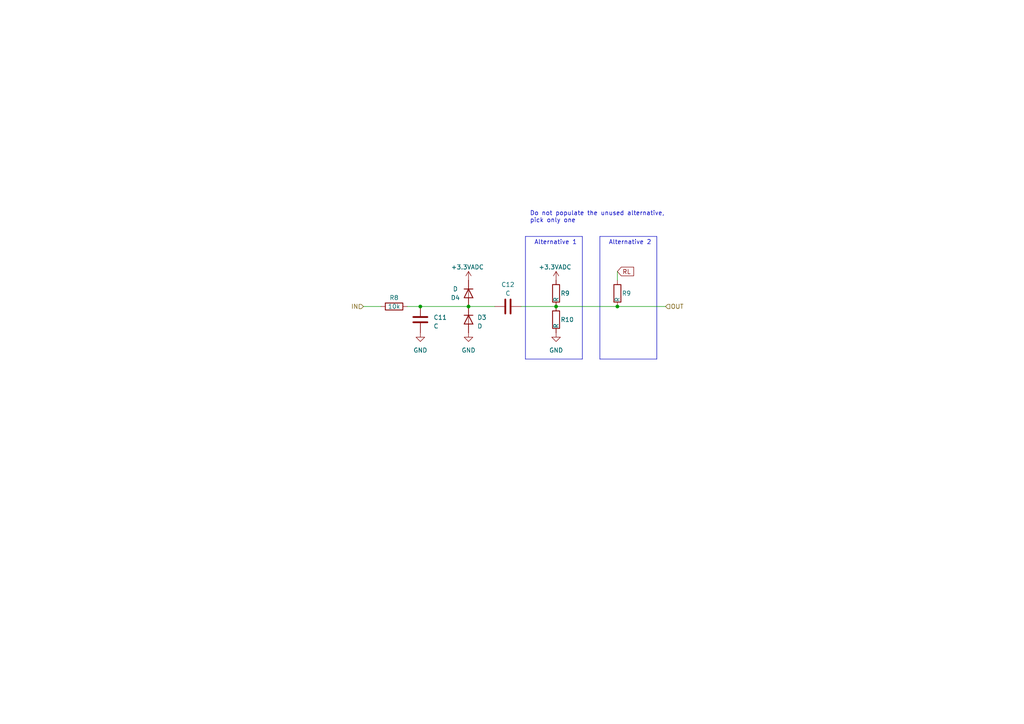
<source format=kicad_sch>
(kicad_sch (version 20230121) (generator eeschema)
  (paper "A4")
  (title_block (title "ECG electrode input filter") (date "2023-03-19") (rev "000") (company "[JS]"))
  (lib_symbols
    (symbol "Device:C" (pin_numbers hide) (pin_names (offset 0.254))
      (property "Reference" "C" (at 0.635 2.54 0))
      (property "Value" "C" (at 0.635 -2.54 0))
      (symbol "C_0_1"
        (polyline (pts (xy -2.032 -0.762) (xy 2.032 -0.762)) (stroke (width 0.508)))
        (polyline (pts (xy -2.032 0.762) (xy 2.032 0.762)) (stroke (width 0.508)))
      )
      (symbol "C_1_1"
        (pin passive line (at 0 3.81 270) (length 2.794) (name "~") (number "1"))
        (pin passive line (at 0 -3.81 90) (length 2.794) (name "~") (number "2"))
      )
    )
    (symbol "Device:D" (pin_numbers hide) (pin_names (offset 1.016) hide)
      (property "Reference" "D" (at 0 2.54 0))
      (property "Value" "D" (at 0 -2.54 0))
      (symbol "D_0_1"
        (polyline (pts (xy -1.27 1.27) (xy -1.27 -1.27)) (stroke (width 0.254)))
        (polyline (pts (xy 1.27 0) (xy -1.27 0)))
        (polyline (pts (xy 1.27 1.27) (xy 1.27 -1.27) (xy -1.27 0) (xy 1.27 1.27)) (stroke (width 0.254)))
      )
      (symbol "D_1_1"
        (pin passive line (at -3.81 0 0) (length 2.54) (name "K") (number "1"))
        (pin passive line (at 3.81 0 180) (length 2.54) (name "A") (number "2"))
      )
    )
    (symbol "Device:R" (pin_numbers hide) (pin_names (offset 0))
      (property "Reference" "R" (at 2.032 0 90))
      (property "Value" "R" (at 0 0 90))
      (symbol "R_0_1"
        (rectangle (start -1.016 -2.54) (end 1.016 2.54) (stroke (width 0.254)))
      )
      (symbol "R_1_1"
        (pin passive line (at 0 3.81 270) (length 1.27) (name "~") (number "1"))
        (pin passive line (at 0 -3.81 90) (length 1.27) (name "~") (number "2"))
      )
    )
    (symbol "power:+3.3VADC" (power) (pin_names (offset 0))
      (property "Value" "+3.3VADC" (at 0 2.54 0))
      (symbol "+3.3VADC_0_0"
        (pin power_in line (at 0 0 90) (length 0) hide (name "+3.3VADC") (number "1"))
      )
      (symbol "+3.3VADC_0_1"
        (polyline (pts (xy -0.762 1.27) (xy 0 2.54)))
        (polyline (pts (xy 0 0) (xy 0 2.54)))
        (polyline (pts (xy 0 2.54) (xy 0.762 1.27)))
      )
    )
    (symbol "power:GND" (power) (pin_names (offset 0))
      (property "Value" "GND" (at 0 -3.81 0))
      (symbol "GND_0_1"
        (polyline (pts (xy 0 0) (xy 0 -1.27) (xy 1.27 -1.27) (xy 0 -2.54) (xy -1.27 -1.27) (xy 0 -1.27)))
      )
      (symbol "GND_1_1"
        (pin power_in line (at 0 0 270) (length 0) hide (name "GND") (number "1"))
      )
    )
  )
  (junction (at 179.07 88.9))
  (junction (at 161.29 88.9))
  (junction (at 121.92 88.9))
  (junction (at 135.89 88.9))
  (wire (pts (xy 135.89 88.9) (xy 143.51 88.9)))
  (wire (pts (xy 179.07 88.9) (xy 193.04 88.9)))
  (wire (pts (xy 118.11 88.9) (xy 121.92 88.9)))
  (polyline (pts (xy 190.5 104.14) (xy 190.5 68.58)))
  (wire (pts (xy 105.41 88.9) (xy 110.49 88.9)))
  (wire (pts (xy 161.29 88.9) (xy 179.07 88.9)))
  (polyline (pts (xy 168.91 104.14) (xy 168.91 68.58)))
  (wire (pts (xy 179.07 78.74) (xy 179.07 81.28)))
  (polyline (pts (xy 152.4 104.14) (xy 168.91 104.14)))
  (polyline (pts (xy 173.99 68.58) (xy 173.99 104.14)))
  (polyline (pts (xy 173.99 68.58) (xy 190.5 68.58)))
  (wire (pts (xy 121.92 88.9) (xy 135.89 88.9)))
  (polyline (pts (xy 173.99 104.14) (xy 190.5 104.14)))
  (polyline (pts (xy 152.4 68.58) (xy 168.91 68.58)))
  (wire (pts (xy 151.13 88.9) (xy 161.29 88.9)))
  (polyline (pts (xy 152.4 68.58) (xy 152.4 104.14)))
  (text "Alternative 1" (at 154.94 71.12 0) (effects (font (size 1.27 1.27)) (justify left bottom)))
  (text "Alternative 2" (at 176.53 71.12 0) (effects (font (size 1.27 1.27)) (justify left bottom)))
  (text "Do not populate the unused alternative,\npick only one" (at 153.67 64.77 0) (effects (font (size 1.27 1.27)) (justify left bottom)))
  (global_label "RL" (shape input) (at 179.07 78.74 0) (property "Intersheetrefs" "${INTERSHEET_REFS}" (effects hide)))
  (hierarchical_label "IN" (shape input) (at 105.41 88.9 180))
  (hierarchical_label "OUT" (shape input) (at 193.04 88.9 0))
  (symbol (lib_id "Device:R") (at 179.07 85.09 0) (unit 1)
    (property "Reference" "R9" (at 180.34 85.09 0) (effects (justify left)))
    (property "Value" "R" (at 179.07 87.63 90) (effects (justify left)))
    (property "Footprint" "Resistor_SMD:R_0805_2012Metric" (effects hide))
    (instances (project "SimpleECG_v0" (path "" (reference "R9") (unit 1)) (path "" (reference "R39") (unit 1)) (path "" (reference "R40") (unit 1)) (path "" (reference "R41") (unit 1)) (path "" (reference "R42") (unit 1)) (path "" (reference "R43") (unit 1)) (path "" (reference "R44") (unit 1)) (path "" (reference "R45") (unit 1)) (path "" (reference "R46") (unit 1)) (path "" (reference "R47") (unit 1))))
  )
  (symbol (lib_id "power:GND") (at 121.92 96.52 0) (unit 1)
    (property "Reference" "#PWR021" (effects hide))
    (property "Value" "GND" (at 121.92 101.6 0))
    (instances (project "SimpleECG_v0" (path "" (reference "#PWR021") (unit 1)) (path "" (reference "#PWR020") (unit 1)) (path "" (reference "#PWR025") (unit 1)) (path "" (reference "#PWR030") (unit 1)) (path "" (reference "#PWR035") (unit 1)) (path "" (reference "#PWR040") (unit 1)) (path "" (reference "#PWR045") (unit 1)) (path "" (reference "#PWR050") (unit 1)) (path "" (reference "#PWR055") (unit 1)) (path "" (reference "#PWR060") (unit 1))))
  )
  (symbol (lib_id "power:+3.3VADC") (at 161.29 81.28 0) (unit 1)
    (property "Reference" "#PWR024" (effects hide))
    (property "Value" "+3.3VADC" (at 156.21 77.47 0) (effects (justify left)))
    (instances (project "SimpleECG_v0" (path "" (reference "#PWR024") (unit 1)) (path "" (reference "#PWR023") (unit 1)) (path "" (reference "#PWR028") (unit 1)) (path "" (reference "#PWR033") (unit 1)) (path "" (reference "#PWR038") (unit 1)) (path "" (reference "#PWR043") (unit 1)) (path "" (reference "#PWR048") (unit 1)) (path "" (reference "#PWR053") (unit 1)) (path "" (reference "#PWR058") (unit 1)) (path "" (reference "#PWR063") (unit 1))))
  )
  (symbol (lib_id "Device:C") (at 147.32 88.9 90) (unit 1)
    (property "Reference" "C12" (at 147.32 82.55 90))
    (property "Value" "C" (at 147.32 85.09 90))
    (property "Footprint" "Capacitor_SMD:C_0805_2012Metric" (effects hide))
    (instances (project "SimpleECG_v0" (path "" (reference "C12") (unit 1)) (path "" (reference "C12") (unit 1)) (path "" (reference "C14") (unit 1)) (path "" (reference "C16") (unit 1)) (path "" (reference "C18") (unit 1)) (path "" (reference "C20") (unit 1)) (path "" (reference "C22") (unit 1)) (path "" (reference "C24") (unit 1)) (path "" (reference "C26") (unit 1)) (path "" (reference "C28") (unit 1))))
  )
  (symbol (lib_id "Device:D") (at 135.89 92.71 270) (unit 1)
    (property "Reference" "D3" (at 138.43 92.075 90) (effects (justify left)))
    (property "Value" "D" (at 138.43 94.615 90) (effects (justify left)))
    (property "Footprint" "Diode_SMD:D_0805_2012Metric" (effects hide))
    (property "Sim.Device" "D" (effects hide))
    (property "Sim.Pins" "1=K 2=A" (effects hide))
    (instances (project "SimpleECG_v0" (path "" (reference "D3") (unit 1)) (path "" (reference "D4") (unit 1)) (path "" (reference "D6") (unit 1)) (path "" (reference "D8") (unit 1)) (path "" (reference "D10") (unit 1)) (path "" (reference "D12") (unit 1)) (path "" (reference "D14") (unit 1)) (path "" (reference "D16") (unit 1)) (path "" (reference "D18") (unit 1)) (path "" (reference "D20") (unit 1))))
  )
  (symbol (lib_id "power:GND") (at 161.29 96.52 0) (unit 1)
    (property "Reference" "#PWR025" (effects hide))
    (property "Value" "GND" (at 161.29 101.6 0))
    (instances (project "SimpleECG_v0" (path "" (reference "#PWR025") (unit 1)) (path "" (reference "#PWR024") (unit 1)) (path "" (reference "#PWR029") (unit 1)) (path "" (reference "#PWR034") (unit 1)) (path "" (reference "#PWR039") (unit 1)) (path "" (reference "#PWR044") (unit 1)) (path "" (reference "#PWR049") (unit 1)) (path "" (reference "#PWR054") (unit 1)) (path "" (reference "#PWR059") (unit 1)) (path "" (reference "#PWR064") (unit 1))))
  )
  (symbol (lib_id "Device:D") (at 135.89 85.09 270) (unit 1)
    (property "Reference" "D4" (at 132.08 86.36 90))
    (property "Value" "D" (at 132.08 83.82 90))
    (property "Footprint" "Diode_SMD:D_0805_2012Metric" (effects hide))
    (property "Sim.Device" "D" (effects hide))
    (property "Sim.Pins" "1=K 2=A" (effects hide))
    (instances (project "SimpleECG_v0" (path "" (reference "D4") (unit 1)) (path "" (reference "D3") (unit 1)) (path "" (reference "D5") (unit 1)) (path "" (reference "D7") (unit 1)) (path "" (reference "D9") (unit 1)) (path "" (reference "D11") (unit 1)) (path "" (reference "D13") (unit 1)) (path "" (reference "D15") (unit 1)) (path "" (reference "D17") (unit 1)) (path "" (reference "D19") (unit 1))))
  )
  (symbol (lib_id "Device:R") (at 114.3 88.9 90) (unit 1)
    (property "Reference" "R8" (at 114.3 86.36 90))
    (property "Value" "10k" (at 114.3 88.9 90))
    (property "Footprint" "Resistor_SMD:R_0805_2012Metric" (effects hide))
    (instances (project "SimpleECG_v0" (path "" (reference "R8") (unit 1)) (path "" (reference "R8") (unit 1)) (path "" (reference "R11") (unit 1)) (path "" (reference "R14") (unit 1)) (path "" (reference "R17") (unit 1)) (path "" (reference "R20") (unit 1)) (path "" (reference "R23") (unit 1)) (path "" (reference "R26") (unit 1)) (path "" (reference "R29") (unit 1)) (path "" (reference "R32") (unit 1))))
  )
  (symbol (lib_id "Device:C") (at 121.92 92.71 0) (unit 1)
    (property "Reference" "C11" (at 125.73 92.075 0) (effects (justify left)))
    (property "Value" "C" (at 125.73 94.615 0) (effects (justify left)))
    (property "Footprint" "Capacitor_SMD:C_0805_2012Metric" (effects hide))
    (instances (project "SimpleECG_v0" (path "" (reference "C11") (unit 1)) (path "" (reference "C11") (unit 1)) (path "" (reference "C13") (unit 1)) (path "" (reference "C15") (unit 1)) (path "" (reference "C17") (unit 1)) (path "" (reference "C19") (unit 1)) (path "" (reference "C21") (unit 1)) (path "" (reference "C23") (unit 1)) (path "" (reference "C25") (unit 1)) (path "" (reference "C27") (unit 1))))
  )
  (symbol (lib_id "power:+3.3VADC") (at 135.89 81.28 0) (unit 1)
    (property "Reference" "#PWR023" (effects hide))
    (property "Value" "+3.3VADC" (at 130.81 77.47 0) (effects (justify left)))
    (instances (project "SimpleECG_v0" (path "" (reference "#PWR023") (unit 1)) (path "" (reference "#PWR021") (unit 1)) (path "" (reference "#PWR026") (unit 1)) (path "" (reference "#PWR031") (unit 1)) (path "" (reference "#PWR036") (unit 1)) (path "" (reference "#PWR041") (unit 1)) (path "" (reference "#PWR046") (unit 1)) (path "" (reference "#PWR051") (unit 1)) (path "" (reference "#PWR056") (unit 1)) (path "" (reference "#PWR061") (unit 1))))
  )
  (symbol (lib_id "Device:R") (at 161.29 92.71 0) (unit 1)
    (property "Reference" "R10" (at 162.56 92.71 0) (effects (justify left)))
    (property "Value" "R" (at 161.29 95.25 90) (effects (justify left)))
    (property "Footprint" "Resistor_SMD:R_0805_2012Metric" (effects hide))
    (instances (project "SimpleECG_v0" (path "" (reference "R10") (unit 1)) (path "" (reference "R10") (unit 1)) (path "" (reference "R13") (unit 1)) (path "" (reference "R16") (unit 1)) (path "" (reference "R19") (unit 1)) (path "" (reference "R22") (unit 1)) (path "" (reference "R25") (unit 1)) (path "" (reference "R28") (unit 1)) (path "" (reference "R31") (unit 1)) (path "" (reference "R34") (unit 1))))
  )
  (symbol (lib_id "power:GND") (at 135.89 96.52 0) (unit 1)
    (property "Reference" "#PWR022" (effects hide))
    (property "Value" "GND" (at 135.89 101.6 0))
    (instances (project "SimpleECG_v0" (path "" (reference "#PWR022") (unit 1)) (path "" (reference "#PWR022") (unit 1)) (path "" (reference "#PWR027") (unit 1)) (path "" (reference "#PWR032") (unit 1)) (path "" (reference "#PWR037") (unit 1)) (path "" (reference "#PWR042") (unit 1)) (path "" (reference "#PWR047") (unit 1)) (path "" (reference "#PWR052") (unit 1)) (path "" (reference "#PWR057") (unit 1)) (path "" (reference "#PWR062") (unit 1))))
  )
  (symbol (lib_id "Device:R") (at 161.29 85.09 0) (unit 1)
    (property "Reference" "R9" (at 162.56 85.09 0) (effects (justify left)))
    (property "Value" "R" (at 161.29 87.63 90) (effects (justify left)))
    (property "Footprint" "Resistor_SMD:R_0805_2012Metric" (effects hide))
    (instances (project "SimpleECG_v0" (path "" (reference "R9") (unit 1)) (path "" (reference "R9") (unit 1)) (path "" (reference "R12") (unit 1)) (path "" (reference "R15") (unit 1)) (path "" (reference "R18") (unit 1)) (path "" (reference "R21") (unit 1)) (path "" (reference "R24") (unit 1)) (path "" (reference "R27") (unit 1)) (path "" (reference "R30") (unit 1)) (path "" (reference "R33") (unit 1))))
  )
)
</source>
